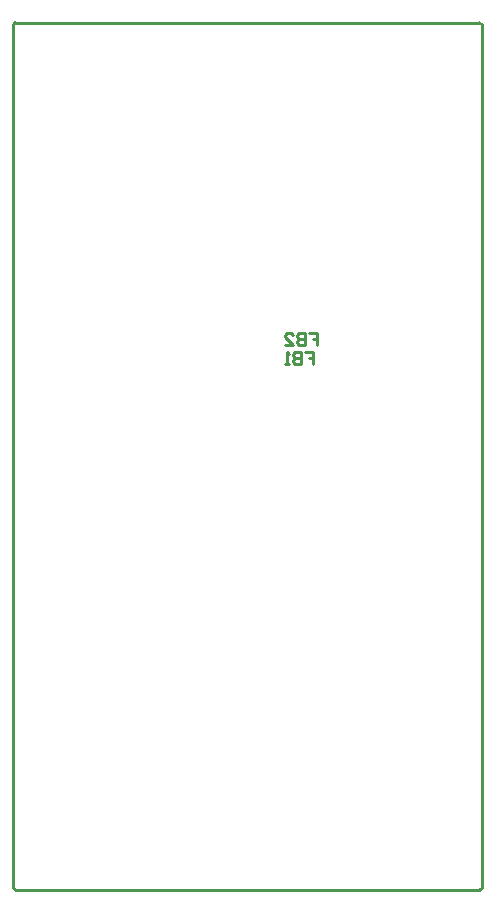
<source format=gbo>
G04*
G04 #@! TF.GenerationSoftware,Altium Limited,CircuitMaker,2.2.1 (2.2.1.6)*
G04*
G04 Layer_Color=13813960*
%FSLAX25Y25*%
%MOIN*%
G70*
G04*
G04 #@! TF.SameCoordinates,3F80FBB2-A1F2-450A-AE04-FF917F864492*
G04*
G04*
G04 #@! TF.FilePolarity,Positive*
G04*
G01*
G75*
%ADD11C,0.01000*%
D11*
X126666Y253099D02*
X129332D01*
Y251100D01*
X127999D01*
X129332D01*
Y249101D01*
X125333Y253099D02*
Y249101D01*
X123334D01*
X122667Y249767D01*
Y250434D01*
X123334Y251100D01*
X125333D01*
X123334D01*
X122667Y251766D01*
Y252433D01*
X123334Y253099D01*
X125333D01*
X118668Y249101D02*
X121334D01*
X118668Y251766D01*
Y252433D01*
X119335Y253099D01*
X120668D01*
X121334Y252433D01*
X125399Y246899D02*
X128065D01*
Y244900D01*
X126732D01*
X128065D01*
Y242901D01*
X124066Y246899D02*
Y242901D01*
X122067D01*
X121401Y243567D01*
Y244234D01*
X122067Y244900D01*
X124066D01*
X122067D01*
X121401Y245566D01*
Y246233D01*
X122067Y246899D01*
X124066D01*
X120068Y242901D02*
X118735D01*
X119401D01*
Y246899D01*
X120068Y246233D01*
X184100Y356000D02*
G03*
X183600Y356500I-500J0D01*
G01*
X184100Y356000D02*
G03*
X183600Y356500I-500J0D01*
G01*
Y67500D02*
G03*
X184100Y68000I0J500D01*
G01*
X183600Y67500D02*
G03*
X184100Y68000I0J500D01*
G01*
X28500Y356500D02*
G03*
X28000Y356000I0J-500D01*
G01*
X28500Y356500D02*
G03*
X28000Y356000I0J-500D01*
G01*
Y68000D02*
G03*
X28500Y67500I500J0D01*
G01*
X28000Y68000D02*
G03*
X28500Y67500I500J0D01*
G01*
X184100Y68000D02*
Y356000D01*
X28500Y356500D02*
X183600D01*
X28500Y67500D02*
X183600D01*
X28000Y68000D02*
Y356000D01*
M02*

</source>
